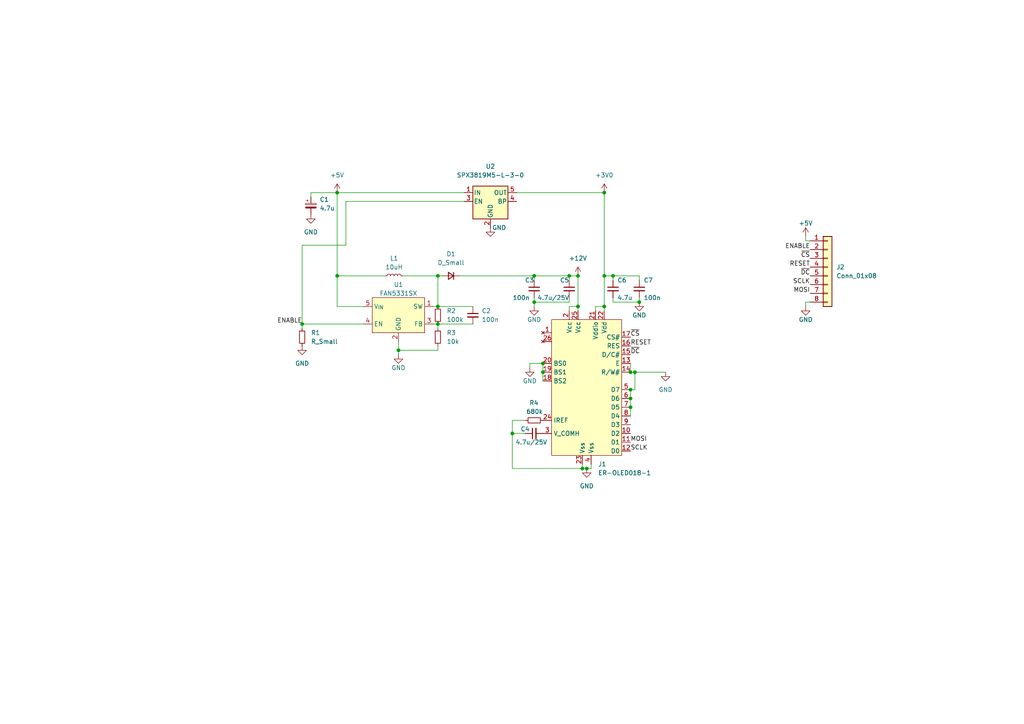
<source format=kicad_sch>
(kicad_sch (version 20211123) (generator eeschema)
  (paper "A4")
  (lib_symbols
    (symbol "Connector_Generic:Conn_01x08" (pin_names (offset 1.016) hide)
      (property "Reference" "J" (at 0 10.16 0))
      (property "Value" "Conn_01x08" (at 0 -12.7 0))
      (symbol "Conn_01x08_1_1"
        (rectangle (start -1.27 -10.033) (end 0 -10.287) (stroke (width 0.1524)))
        (rectangle (start -1.27 -7.493) (end 0 -7.747) (stroke (width 0.1524)))
        (rectangle (start -1.27 -4.953) (end 0 -5.207) (stroke (width 0.1524)))
        (rectangle (start -1.27 -2.413) (end 0 -2.667) (stroke (width 0.1524)))
        (rectangle (start -1.27 0.127) (end 0 -0.127) (stroke (width 0.1524)))
        (rectangle (start -1.27 2.667) (end 0 2.413) (stroke (width 0.1524)))
        (rectangle (start -1.27 5.207) (end 0 4.953) (stroke (width 0.1524)))
        (rectangle (start -1.27 7.747) (end 0 7.493) (stroke (width 0.1524)))
        (rectangle (start -1.27 8.89) (end 1.27 -11.43) (stroke (width 0.254)) (fill (type background)))
        (pin passive line (at -5.08 7.62 0) (length 3.81) (name "Pin_1") (number "1"))
        (pin passive line (at -5.08 5.08 0) (length 3.81) (name "Pin_2") (number "2"))
        (pin passive line (at -5.08 2.54 0) (length 3.81) (name "Pin_3") (number "3"))
        (pin passive line (at -5.08 0 0) (length 3.81) (name "Pin_4") (number "4"))
        (pin passive line (at -5.08 -2.54 0) (length 3.81) (name "Pin_5") (number "5"))
        (pin passive line (at -5.08 -5.08 0) (length 3.81) (name "Pin_6") (number "6"))
        (pin passive line (at -5.08 -7.62 0) (length 3.81) (name "Pin_7") (number "7"))
        (pin passive line (at -5.08 -10.16 0) (length 3.81) (name "Pin_8") (number "8"))
      )
    )
    (symbol "Device:C_Polarized_Small" (pin_numbers hide) (pin_names (offset 0.254) hide)
      (property "Reference" "C" (at 0.254 1.778 0))
      (property "Value" "C_Polarized_Small" (at 0.254 -2.032 0))
      (symbol "C_Polarized_Small_0_1"
        (rectangle (start -1.524 -0.3048) (end 1.524 -0.6858) (fill (type outline)))
        (rectangle (start -1.524 0.6858) (end 1.524 0.3048))
        (polyline (pts (xy -1.27 1.524) (xy -0.762 1.524)))
        (polyline (pts (xy -1.016 1.27) (xy -1.016 1.778)))
      )
      (symbol "C_Polarized_Small_1_1"
        (pin passive line (at 0 2.54 270) (length 1.8542) (name "~") (number "1"))
        (pin passive line (at 0 -2.54 90) (length 1.8542) (name "~") (number "2"))
      )
    )
    (symbol "Device:C_Small" (pin_numbers hide) (pin_names (offset 0.254) hide)
      (property "Reference" "C" (at 0.254 1.778 0))
      (property "Value" "C_Small" (at 0.254 -2.032 0))
      (symbol "C_Small_0_1"
        (polyline (pts (xy -1.524 -0.508) (xy 1.524 -0.508)) (stroke (width 0.3302)))
        (polyline (pts (xy -1.524 0.508) (xy 1.524 0.508)) (stroke (width 0.3048)))
      )
      (symbol "C_Small_1_1"
        (pin passive line (at 0 2.54 270) (length 2.032) (name "~") (number "1"))
        (pin passive line (at 0 -2.54 90) (length 2.032) (name "~") (number "2"))
      )
    )
    (symbol "Device:D_Small" (pin_numbers hide) (pin_names (offset 0.254) hide)
      (property "Reference" "D" (at -1.27 2.032 0))
      (property "Value" "D_Small" (at -3.81 -2.032 0))
      (symbol "D_Small_0_1"
        (polyline (pts (xy -0.762 -1.016) (xy -0.762 1.016)) (stroke (width 0.254)))
        (polyline (pts (xy -0.762 0) (xy 0.762 0)))
        (polyline (pts (xy 0.762 -1.016) (xy -0.762 0) (xy 0.762 1.016) (xy 0.762 -1.016)) (stroke (width 0.254)))
      )
      (symbol "D_Small_1_1"
        (pin passive line (at -2.54 0 0) (length 1.778) (name "K") (number "1"))
        (pin passive line (at 2.54 0 180) (length 1.778) (name "A") (number "2"))
      )
    )
    (symbol "Device:L_Small" (pin_numbers hide) (pin_names (offset 0.254) hide)
      (property "Reference" "L" (at 0.762 1.016 0))
      (property "Value" "L_Small" (at 0.762 -1.016 0))
      (symbol "L_Small_0_1"
        (arc (start 0 -2.032) (mid 0.508 -1.524) (end 0 -1.016))
        (arc (start 0 -1.016) (mid 0.508 -0.508) (end 0 0))
        (arc (start 0 0) (mid 0.508 0.508) (end 0 1.016))
        (arc (start 0 1.016) (mid 0.508 1.524) (end 0 2.032))
      )
      (symbol "L_Small_1_1"
        (pin passive line (at 0 2.54 270) (length 0.508) (name "~") (number "1"))
        (pin passive line (at 0 -2.54 90) (length 0.508) (name "~") (number "2"))
      )
    )
    (symbol "Device:R_Small" (pin_numbers hide) (pin_names (offset 0.254) hide)
      (property "Reference" "R" (at 0.762 0.508 0))
      (property "Value" "R_Small" (at 0.762 -1.016 0))
      (symbol "R_Small_0_1"
        (rectangle (start -0.762 1.778) (end 0.762 -1.778) (stroke (width 0.2032)))
      )
      (symbol "R_Small_1_1"
        (pin passive line (at 0 2.54 270) (length 0.762) (name "~") (number "1"))
        (pin passive line (at 0 -2.54 90) (length 0.762) (name "~") (number "2"))
      )
    )
    (symbol "Personal:ER-OLED018-1"
      (property "Reference" "J" (at -1.27 1.27 0))
      (property "Value" "ER-OLED018-1" (at -1.27 -1.27 0))
      (symbol "ER-OLED018-1_0_1"
        (rectangle (start -10.16 21.59) (end 10.16 -17.78) (stroke (width 0.1524)) (fill (type background)))
      )
      (symbol "ER-OLED018-1_1_1"
        (pin no_connect line (at -12.7 17.78 0) (length 2.54) (name "") (number "1"))
        (pin bidirectional line (at 12.7 -11.43 180) (length 2.54) (name "D2") (number "10"))
        (pin bidirectional line (at 12.7 -13.97 180) (length 2.54) (name "D1") (number "11"))
        (pin bidirectional line (at 12.7 -16.51 180) (length 2.54) (name "D0") (number "12"))
        (pin input line (at 12.7 8.89 180) (length 2.54) (name "E") (number "13"))
        (pin input line (at 12.7 6.35 180) (length 2.54) (name "R/W#") (number "14"))
        (pin input line (at 12.7 11.43 180) (length 2.54) (name "D/C#") (number "15"))
        (pin input line (at 12.7 13.97 180) (length 2.54) (name "RES") (number "16"))
        (pin input line (at 12.7 16.51 180) (length 2.54) (name "CS#") (number "17"))
        (pin input line (at -12.7 3.81 0) (length 2.54) (name "BS2") (number "18"))
        (pin input line (at -12.7 6.35 0) (length 2.54) (name "BS1") (number "19"))
        (pin power_in line (at -5.08 24.13 270) (length 2.54) (name "Vcc") (number "2"))
        (pin input line (at -12.7 8.89 0) (length 2.54) (name "BS0") (number "20"))
        (pin power_in line (at 2.54 24.13 270) (length 2.54) (name "Vddio") (number "21"))
        (pin power_in line (at 5.08 24.13 270) (length 2.54) (name "Vdd") (number "22"))
        (pin power_in line (at -1.27 -20.32 90) (length 2.54) (name "Vss") (number "23"))
        (pin power_in line (at -12.7 -7.62 0) (length 2.54) (name "IREF") (number "24"))
        (pin power_in line (at -2.54 24.13 270) (length 2.54) (name "Vcc") (number "25"))
        (pin no_connect line (at -12.7 15.24 0) (length 2.54) (name "") (number "26"))
        (pin power_in line (at -12.7 -11.43 0) (length 2.54) (name "V_COMH") (number "3"))
        (pin power_in line (at 1.27 -20.32 90) (length 2.54) (name "Vss") (number "4"))
        (pin bidirectional line (at 12.7 1.27 180) (length 2.54) (name "D7") (number "5"))
        (pin bidirectional line (at 12.7 -1.27 180) (length 2.54) (name "D6") (number "6"))
        (pin bidirectional line (at 12.7 -3.81 180) (length 2.54) (name "D5") (number "7"))
        (pin bidirectional line (at 12.7 -6.35 180) (length 2.54) (name "D4") (number "8"))
        (pin bidirectional line (at 12.7 -8.89 180) (length 2.54) (name "D3") (number "9"))
      )
    )
    (symbol "Personal:FAN5331SX"
      (property "Reference" "U" (at 0 5.08 0))
      (property "Value" "FAN5331SX" (at 0 7.62 0))
      (symbol "FAN5331SX_0_1"
        (rectangle (start -7.62 3.81) (end 7.62 -6.35) (stroke (width 0.1524)) (fill (type background)))
      )
      (symbol "FAN5331SX_1_1"
        (pin input line (at 10.16 1.27 180) (length 2.54) (name "SW") (number "1"))
        (pin power_in line (at 0 -8.89 90) (length 2.54) (name "GND") (number "2"))
        (pin input line (at 10.16 -3.81 180) (length 2.54) (name "FB") (number "3"))
        (pin input line (at -10.16 -3.81 0) (length 2.54) (name "EN") (number "4"))
        (pin power_in line (at -10.16 1.27 0) (length 2.54) (name "V_{IN}") (number "5"))
      )
    )
    (symbol "Regulator_Linear:SPX3819M5-L-3-0" (pin_names (offset 0.254))
      (property "Reference" "U" (at -3.81 5.715 0))
      (property "Value" "SPX3819M5-L-3-0" (at 0 5.715 0))
      (symbol "SPX3819M5-L-3-0_0_1"
        (rectangle (start -5.08 4.445) (end 5.08 -5.08) (stroke (width 0.254)) (fill (type background)))
      )
      (symbol "SPX3819M5-L-3-0_1_1"
        (pin power_in line (at -7.62 2.54 0) (length 2.54) (name "IN") (number "1"))
        (pin power_in line (at 0 -7.62 90) (length 2.54) (name "GND") (number "2"))
        (pin input line (at -7.62 0 0) (length 2.54) (name "EN") (number "3"))
        (pin input line (at 7.62 0 180) (length 2.54) (name "BP") (number "4"))
        (pin power_out line (at 7.62 2.54 180) (length 2.54) (name "OUT") (number "5"))
      )
    )
    (symbol "power:+12V" (power) (pin_names (offset 0))
      (property "Value" "+12V" (at 0 3.556 0))
      (symbol "+12V_0_1"
        (polyline (pts (xy -0.762 1.27) (xy 0 2.54)))
        (polyline (pts (xy 0 0) (xy 0 2.54)))
        (polyline (pts (xy 0 2.54) (xy 0.762 1.27)))
      )
      (symbol "+12V_1_1"
        (pin power_in line (at 0 0 90) (length 0) hide (name "+12V") (number "1"))
      )
    )
    (symbol "power:+3V0" (power) (pin_names (offset 0))
      (property "Value" "+3V0" (at 0 3.556 0))
      (symbol "+3V0_0_1"
        (polyline (pts (xy -0.762 1.27) (xy 0 2.54)))
        (polyline (pts (xy 0 0) (xy 0 2.54)))
        (polyline (pts (xy 0 2.54) (xy 0.762 1.27)))
      )
      (symbol "+3V0_1_1"
        (pin power_in line (at 0 0 90) (length 0) hide (name "+3V0") (number "1"))
      )
    )
    (symbol "power:+5V" (power) (pin_names (offset 0))
      (property "Value" "+5V" (at 0 3.556 0))
      (symbol "+5V_0_1"
        (polyline (pts (xy -0.762 1.27) (xy 0 2.54)))
        (polyline (pts (xy 0 0) (xy 0 2.54)))
        (polyline (pts (xy 0 2.54) (xy 0.762 1.27)))
      )
      (symbol "+5V_1_1"
        (pin power_in line (at 0 0 90) (length 0) hide (name "+5V") (number "1"))
      )
    )
    (symbol "power:GND" (power) (pin_names (offset 0))
      (property "Value" "GND" (at 0 -3.81 0))
      (symbol "GND_0_1"
        (polyline (pts (xy 0 0) (xy 0 -1.27) (xy 1.27 -1.27) (xy 0 -2.54) (xy -1.27 -1.27) (xy 0 -1.27)))
      )
      (symbol "GND_1_1"
        (pin power_in line (at 0 0 270) (length 0) hide (name "GND") (number "1"))
      )
    )
  )
  (junction (at 157.48 107.95))
  (junction (at 167.64 88.9))
  (junction (at 182.88 118.11))
  (junction (at 182.88 115.57))
  (junction (at 182.88 113.03))
  (junction (at 175.26 80.01))
  (junction (at 127 93.98))
  (junction (at 175.26 55.88))
  (junction (at 148.59 125.73))
  (junction (at 127 88.9))
  (junction (at 182.88 107.95))
  (junction (at 157.48 105.41))
  (junction (at 97.79 80.01))
  (junction (at 175.26 88.9))
  (junction (at 154.94 87.63))
  (junction (at 168.91 135.89))
  (junction (at 87.63 93.98))
  (junction (at 167.64 80.01))
  (junction (at 165.1 80.01))
  (junction (at 115.57 101.6))
  (junction (at 185.42 87.63))
  (junction (at 127 80.01))
  (junction (at 177.8 80.01))
  (junction (at 97.79 55.88))
  (junction (at 184.15 107.95))
  (junction (at 170.18 135.89))
  (junction (at 154.94 80.01))
  (wire (pts (xy 97.79 55.88) (xy 97.79 80.01)))
  (wire (pts (xy 97.79 88.9) (xy 105.41 88.9)))
  (wire (pts (xy 233.68 87.63) (xy 234.95 87.63)))
  (wire (pts (xy 167.64 80.01) (xy 165.1 80.01)))
  (wire (pts (xy 175.26 55.88) (xy 175.26 80.01)))
  (wire (pts (xy 116.84 80.01) (xy 127 80.01)))
  (wire (pts (xy 149.86 55.88) (xy 175.26 55.88)))
  (wire (pts (xy 182.88 113.03) (xy 184.15 113.03)))
  (wire (pts (xy 153.67 105.41) (xy 153.67 106.68)))
  (wire (pts (xy 171.45 134.62) (xy 171.45 135.89)))
  (wire (pts (xy 87.63 71.12) (xy 100.33 71.12)))
  (wire (pts (xy 148.59 135.89) (xy 168.91 135.89)))
  (wire (pts (xy 167.64 80.01) (xy 167.64 88.9)))
  (wire (pts (xy 115.57 99.06) (xy 115.57 101.6)))
  (wire (pts (xy 127 88.9) (xy 137.16 88.9)))
  (wire (pts (xy 165.1 80.01) (xy 165.1 81.28)))
  (wire (pts (xy 97.79 80.01) (xy 111.76 80.01)))
  (wire (pts (xy 185.42 86.36) (xy 185.42 87.63)))
  (wire (pts (xy 170.18 135.89) (xy 168.91 135.89)))
  (wire (pts (xy 175.26 80.01) (xy 177.8 80.01)))
  (wire (pts (xy 90.17 55.88) (xy 97.79 55.88)))
  (wire (pts (xy 127 93.98) (xy 127 95.25)))
  (wire (pts (xy 127 101.6) (xy 127 100.33)))
  (wire (pts (xy 152.4 121.92) (xy 148.59 121.92)))
  (wire (pts (xy 175.26 88.9) (xy 175.26 90.17)))
  (wire (pts (xy 184.15 113.03) (xy 184.15 107.95)))
  (wire (pts (xy 87.63 93.98) (xy 87.63 95.25)))
  (wire (pts (xy 233.68 69.85) (xy 233.68 68.58)))
  (wire (pts (xy 177.8 87.63) (xy 185.42 87.63)))
  (wire (pts (xy 127 80.01) (xy 128.27 80.01)))
  (wire (pts (xy 100.33 58.42) (xy 134.62 58.42)))
  (wire (pts (xy 100.33 58.42) (xy 100.33 71.12)))
  (wire (pts (xy 154.94 87.63) (xy 165.1 87.63)))
  (wire (pts (xy 182.88 105.41) (xy 182.88 107.95)))
  (wire (pts (xy 171.45 135.89) (xy 170.18 135.89)))
  (wire (pts (xy 182.88 115.57) (xy 182.88 118.11)))
  (wire (pts (xy 177.8 86.36) (xy 177.8 87.63)))
  (wire (pts (xy 133.35 80.01) (xy 154.94 80.01)))
  (wire (pts (xy 182.88 113.03) (xy 182.88 115.57)))
  (wire (pts (xy 87.63 93.98) (xy 105.41 93.98)))
  (wire (pts (xy 97.79 80.01) (xy 97.79 88.9)))
  (wire (pts (xy 165.1 86.36) (xy 165.1 87.63)))
  (wire (pts (xy 165.1 90.17) (xy 165.1 88.9)))
  (wire (pts (xy 184.15 107.95) (xy 193.04 107.95)))
  (wire (pts (xy 148.59 125.73) (xy 152.4 125.73)))
  (wire (pts (xy 87.63 93.98) (xy 87.63 71.12)))
  (wire (pts (xy 125.73 88.9) (xy 127 88.9)))
  (wire (pts (xy 157.48 105.41) (xy 153.67 105.41)))
  (wire (pts (xy 97.79 55.88) (xy 134.62 55.88)))
  (wire (pts (xy 233.68 88.9) (xy 233.68 87.63)))
  (wire (pts (xy 157.48 105.41) (xy 157.48 107.95)))
  (wire (pts (xy 185.42 80.01) (xy 185.42 81.28)))
  (wire (pts (xy 177.8 80.01) (xy 185.42 80.01)))
  (wire (pts (xy 127 93.98) (xy 137.16 93.98)))
  (wire (pts (xy 167.64 88.9) (xy 167.64 90.17)))
  (wire (pts (xy 125.73 93.98) (xy 127 93.98)))
  (wire (pts (xy 115.57 101.6) (xy 127 101.6)))
  (wire (pts (xy 154.94 87.63) (xy 154.94 88.9)))
  (wire (pts (xy 154.94 80.01) (xy 165.1 80.01)))
  (wire (pts (xy 148.59 121.92) (xy 148.59 125.73)))
  (wire (pts (xy 175.26 80.01) (xy 175.26 88.9)))
  (wire (pts (xy 154.94 86.36) (xy 154.94 87.63)))
  (wire (pts (xy 115.57 101.6) (xy 115.57 102.87)))
  (wire (pts (xy 127 80.01) (xy 127 88.9)))
  (wire (pts (xy 154.94 80.01) (xy 154.94 81.28)))
  (wire (pts (xy 157.48 107.95) (xy 157.48 110.49)))
  (wire (pts (xy 177.8 80.01) (xy 177.8 81.28)))
  (wire (pts (xy 182.88 118.11) (xy 182.88 120.65)))
  (wire (pts (xy 172.72 88.9) (xy 175.26 88.9)))
  (wire (pts (xy 182.88 107.95) (xy 184.15 107.95)))
  (wire (pts (xy 172.72 90.17) (xy 172.72 88.9)))
  (wire (pts (xy 165.1 88.9) (xy 167.64 88.9)))
  (wire (pts (xy 148.59 125.73) (xy 148.59 135.89)))
  (wire (pts (xy 234.95 69.85) (xy 233.68 69.85)))
  (wire (pts (xy 90.17 55.88) (xy 90.17 57.15)))
  (wire (pts (xy 168.91 135.89) (xy 168.91 134.62)))
  (label "RESET" (at 234.95 77.47 180))
  (label "MOSI" (at 234.95 85.09 180))
  (label "ENABLE" (at 234.95 72.39 180))
  (label "SCLK" (at 182.88 130.81 0))
  (label "~{DC}" (at 234.95 80.01 180))
  (label "SCLK" (at 234.95 82.55 180))
  (label "~{CS}" (at 234.95 74.93 180))
  (label "RESET" (at 182.88 100.33 0))
  (label "~{DC}" (at 182.88 102.87 0))
  (label "ENABLE" (at 87.63 93.98 180))
  (label "MOSI" (at 182.88 128.27 0))
  (label "~{CS}" (at 182.88 97.79 0))
  (symbol (lib_id "Connector_Generic:Conn_01x08") (at 240.03 77.47 0) (unit 1)
    (property "Reference" "J2" (at 242.57 77.4699 0) (effects (justify left)))
    (property "Value" "Conn_01x08" (at 242.57 80.0099 0) (effects (justify left)))
    (property "Footprint" "Connector_JST:JST_XH_B8B-XH-AM_1x08_P2.50mm_Vertical" (effects hide))
  )
  (symbol (lib_id "Regulator_Linear:SPX3819M5-L-3-0") (at 142.24 58.42 0) (unit 1)
    (property "Reference" "U2" (at 142.24 48.26 0))
    (property "Value" "SPX3819M5-L-3-0" (at 142.24 50.8 0))
    (property "Footprint" "Package_TO_SOT_SMD:SOT-23-5" (effects hide))
    (property "Datasheet" "https://www.exar.com/content/document.ashx?id=22106&languageid=1033&type=Datasheet&partnumber=SPX3819&filename=SPX3819.pdf&part=SPX3819" (effects hide))
  )
  (symbol (lib_id "power:+5V") (at 97.79 55.88 0) (unit 1)
    (property "Reference" "#PWR03" (effects hide))
    (property "Value" "+5V" (at 97.79 50.8 0))
  )
  (symbol (lib_id "power:GND") (at 154.94 88.9 0) (mirror y) (unit 1)
    (property "Reference" "#PWR07" (effects hide))
    (property "Value" "GND" (at 154.94 92.71 0))
  )
  (symbol (lib_id "power:GND") (at 153.67 106.68 0) (unit 1)
    (property "Reference" "#PWR06" (effects hide))
    (property "Value" "GND" (at 153.67 110.49 0))
  )
  (symbol (lib_id "Device:D_Small") (at 130.81 80.01 180) (unit 1)
    (property "Reference" "D1" (at 130.81 73.66 0))
    (property "Value" "D_Small" (at 130.81 76.2 0))
    (property "Footprint" "Diode_SMD:D_SOD-123" (effects hide))
  )
  (symbol (lib_id "power:GND") (at 142.24 66.04 0) (unit 1)
    (property "Reference" "#PWR05" (effects hide))
    (property "Value" "GND" (at 144.78 66.04 0))
  )
  (symbol (lib_id "power:+3V0") (at 175.26 55.88 0) (unit 1)
    (property "Reference" "#PWR010" (effects hide))
    (property "Value" "+3V0" (at 175.26 50.8 0))
  )
  (symbol (lib_id "Device:L_Small") (at 114.3 80.01 90) (unit 1)
    (property "Reference" "L1" (at 114.3 74.93 90))
    (property "Value" "10uH" (at 114.3 77.47 90))
    (property "Footprint" "Inductor_SMD:L_1008_2520Metric_Pad1.43x2.20mm_HandSolder" (effects hide))
  )
  (symbol (lib_id "power:GND") (at 193.04 107.95 0) (unit 1)
    (property "Reference" "#PWR012" (effects hide))
    (property "Value" "GND" (at 193.04 113.03 0))
  )
  (symbol (lib_id "Device:C_Small") (at 154.94 83.82 0) (mirror y) (unit 1)
    (property "Reference" "C3" (at 154.94 81.28 0) (effects (justify left)))
    (property "Value" "100n" (at 153.67 86.36 0) (effects (justify left)))
    (property "Footprint" "Capacitor_SMD:C_0805_2012Metric_Pad1.18x1.45mm_HandSolder" (effects hide))
  )
  (symbol (lib_id "power:GND") (at 115.57 102.87 0) (unit 1)
    (property "Reference" "#PWR04" (effects hide))
    (property "Value" "GND" (at 115.57 106.68 0))
  )
  (symbol (lib_id "Device:C_Small") (at 154.94 125.73 90) (unit 1)
    (property "Reference" "C4" (at 153.67 124.46 90) (effects (justify left)))
    (property "Value" "4.7u/25V" (at 158.75 128.27 90) (effects (justify left)))
    (property "Footprint" "Capacitor_SMD:C_0805_2012Metric_Pad1.18x1.45mm_HandSolder" (effects hide))
  )
  (symbol (lib_id "Personal:FAN5331SX") (at 115.57 90.17 0) (unit 1)
    (property "Reference" "U1" (at 115.57 82.55 0))
    (property "Value" "FAN5331SX" (at 115.57 85.09 0))
    (property "Footprint" "Package_SO:TSOP-5_1.65x3.05mm_P0.95mm" (effects hide))
    (property "Datasheet" "https://www.farnell.com/datasheets/2304352.pdf" (effects hide))
  )
  (symbol (lib_id "power:GND") (at 233.68 88.9 0) (unit 1)
    (property "Reference" "#PWR014" (effects hide))
    (property "Value" "GND" (at 233.68 92.71 0))
  )
  (symbol (lib_id "Device:C_Polarized_Small") (at 90.17 59.69 0) (unit 1)
    (property "Reference" "C1" (at 92.71 57.8738 0) (effects (justify left)))
    (property "Value" "4.7u" (at 92.71 60.4138 0) (effects (justify left)))
    (property "Footprint" "Capacitor_SMD:C_0805_2012Metric_Pad1.18x1.45mm_HandSolder" (effects hide))
  )
  (symbol (lib_id "Device:R_Small") (at 127 97.79 0) (unit 1)
    (property "Reference" "R3" (at 129.54 96.5199 0) (effects (justify left)))
    (property "Value" "10k" (at 129.54 99.0599 0) (effects (justify left)))
    (property "Footprint" "Resistor_SMD:R_0805_2012Metric_Pad1.20x1.40mm_HandSolder" (effects hide))
  )
  (symbol (lib_id "power:+5V") (at 233.68 68.58 0) (unit 1)
    (property "Reference" "#PWR013" (effects hide))
    (property "Value" "+5V" (at 233.68 64.77 0))
  )
  (symbol (lib_id "power:GND") (at 185.42 87.63 0) (unit 1)
    (property "Reference" "#PWR011" (effects hide))
    (property "Value" "GND" (at 185.42 91.44 0))
  )
  (symbol (lib_id "power:+12V") (at 167.64 80.01 0) (unit 1)
    (property "Reference" "#PWR08" (effects hide))
    (property "Value" "+12V" (at 167.64 74.93 0))
  )
  (symbol (lib_id "Device:R_Small") (at 154.94 121.92 90) (unit 1)
    (property "Reference" "R4" (at 156.21 116.84 90) (effects (justify left)))
    (property "Value" "680k" (at 157.48 119.38 90) (effects (justify left)))
    (property "Footprint" "Resistor_SMD:R_0805_2012Metric_Pad1.20x1.40mm_HandSolder" (effects hide))
  )
  (symbol (lib_id "power:GND") (at 90.17 62.23 0) (unit 1)
    (property "Reference" "#PWR02" (effects hide))
    (property "Value" "GND" (at 90.17 67.31 0))
  )
  (symbol (lib_id "Device:C_Small") (at 177.8 83.82 0) (unit 1)
    (property "Reference" "C6" (at 179.07 81.28 0) (effects (justify left)))
    (property "Value" "4.7u" (at 179.07 86.36 0) (effects (justify left)))
    (property "Footprint" "Capacitor_SMD:C_0805_2012Metric_Pad1.18x1.45mm_HandSolder" (effects hide))
  )
  (symbol (lib_id "Device:C_Small") (at 165.1 83.82 0) (mirror y) (unit 1)
    (property "Reference" "C5" (at 165.1 81.28 0) (effects (justify left)))
    (property "Value" "4.7u/25V" (at 165.1 86.36 0) (effects (justify left)))
    (property "Footprint" "Capacitor_SMD:C_0805_2012Metric_Pad1.18x1.45mm_HandSolder" (effects hide))
  )
  (symbol (lib_id "Device:R_Small") (at 127 91.44 0) (unit 1)
    (property "Reference" "R2" (at 129.54 90.1699 0) (effects (justify left)))
    (property "Value" "100k" (at 129.54 92.7099 0) (effects (justify left)))
    (property "Footprint" "Resistor_SMD:R_0805_2012Metric_Pad1.20x1.40mm_HandSolder" (effects hide))
  )
  (symbol (lib_id "power:GND") (at 87.63 100.33 0) (unit 1)
    (property "Reference" "#PWR01" (effects hide))
    (property "Value" "GND" (at 87.63 105.41 0))
  )
  (symbol (lib_id "Device:C_Small") (at 137.16 91.44 0) (unit 1)
    (property "Reference" "C2" (at 139.7 90.1762 0) (effects (justify left)))
    (property "Value" "100n" (at 139.7 92.7162 0) (effects (justify left)))
    (property "Footprint" "Capacitor_SMD:C_0805_2012Metric_Pad1.18x1.45mm_HandSolder" (effects hide))
  )
  (symbol (lib_id "Personal:ER-OLED018-1") (at 170.18 114.3 0) (unit 1)
    (property "Reference" "J1" (at 173.4694 134.62 0) (effects (justify left)))
    (property "Value" "ER-OLED018-1" (at 173.4694 137.16 0) (effects (justify left)))
    (property "Footprint" "Personal:ER-CON26HT-1" (effects hide))
  )
  (symbol (lib_id "power:GND") (at 170.18 135.89 0) (unit 1)
    (property "Reference" "#PWR09" (effects hide))
    (property "Value" "GND" (at 170.18 140.97 0))
  )
  (symbol (lib_id "Device:R_Small") (at 87.63 97.79 0) (unit 1)
    (property "Reference" "R1" (at 90.17 96.5199 0) (effects (justify left)))
    (property "Value" "R_Small" (at 90.17 99.0599 0) (effects (justify left)))
    (property "Footprint" "Resistor_SMD:R_0805_2012Metric_Pad1.20x1.40mm_HandSolder" (effects hide))
  )
  (symbol (lib_id "Device:C_Small") (at 185.42 83.82 0) (unit 1)
    (property "Reference" "C7" (at 186.69 81.28 0) (effects (justify left)))
    (property "Value" "100n" (at 186.69 86.36 0) (effects (justify left)))
    (property "Footprint" "Capacitor_SMD:C_0805_2012Metric_Pad1.18x1.45mm_HandSolder" (effects hide))
  )
)
</source>
